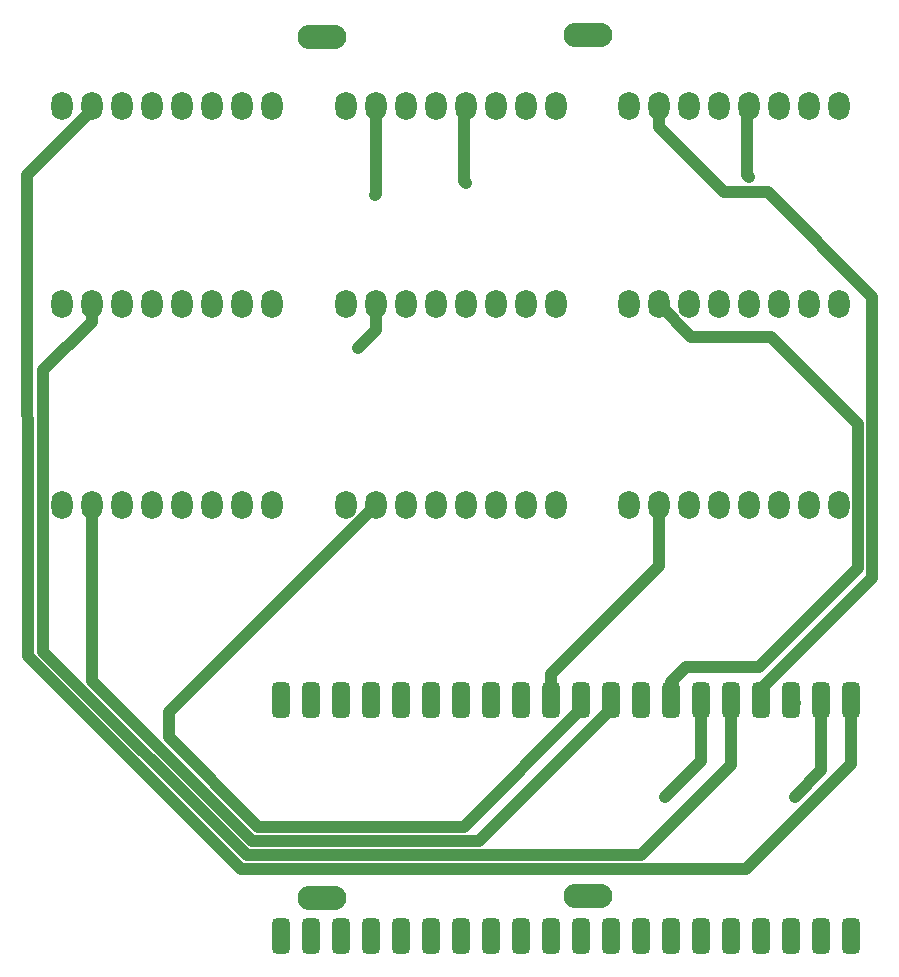
<source format=gbr>
%TF.GenerationSoftware,KiCad,Pcbnew,8.0.4*%
%TF.CreationDate,2024-08-28T17:55:56-04:00*%
%TF.ProjectId,imu-array,696d752d-6172-4726-9179-2e6b69636164,rev?*%
%TF.SameCoordinates,Original*%
%TF.FileFunction,Copper,L1,Top*%
%TF.FilePolarity,Positive*%
%FSLAX46Y46*%
G04 Gerber Fmt 4.6, Leading zero omitted, Abs format (unit mm)*
G04 Created by KiCad (PCBNEW 8.0.4) date 2024-08-28 17:55:56*
%MOMM*%
%LPD*%
G01*
G04 APERTURE LIST*
G04 Aperture macros list*
%AMRoundRect*
0 Rectangle with rounded corners*
0 $1 Rounding radius*
0 $2 $3 $4 $5 $6 $7 $8 $9 X,Y pos of 4 corners*
0 Add a 4 corners polygon primitive as box body*
4,1,4,$2,$3,$4,$5,$6,$7,$8,$9,$2,$3,0*
0 Add four circle primitives for the rounded corners*
1,1,$1+$1,$2,$3*
1,1,$1+$1,$4,$5*
1,1,$1+$1,$6,$7*
1,1,$1+$1,$8,$9*
0 Add four rect primitives between the rounded corners*
20,1,$1+$1,$2,$3,$4,$5,0*
20,1,$1+$1,$4,$5,$6,$7,0*
20,1,$1+$1,$6,$7,$8,$9,0*
20,1,$1+$1,$8,$9,$2,$3,0*%
G04 Aperture macros list end*
%TA.AperFunction,ComponentPad*%
%ADD10O,4.140000X2.070000*%
%TD*%
%TA.AperFunction,ComponentPad*%
%ADD11O,1.800000X2.400000*%
%TD*%
%TA.AperFunction,SMDPad,CuDef*%
%ADD12RoundRect,0.375000X0.375000X1.125000X-0.375000X1.125000X-0.375000X-1.125000X0.375000X-1.125000X0*%
%TD*%
%TA.AperFunction,ViaPad*%
%ADD13C,0.600000*%
%TD*%
%TA.AperFunction,Conductor*%
%ADD14C,1.000000*%
%TD*%
G04 APERTURE END LIST*
D10*
%TO.P,BT2,-*%
%TO.N,GND*%
X173970000Y-33615000D03*
%TO.P,BT2,+*%
%TO.N,BATT+*%
X173970000Y-106515000D03*
%TD*%
%TO.P,BT1,-*%
%TO.N,GND*%
X196500000Y-33500000D03*
%TO.P,BT1,+*%
%TO.N,BATT+*%
X196500000Y-106400000D03*
%TD*%
D11*
%TO.P,U9,1,INT*%
%TO.N,unconnected-(U9-INT-Pad1)*%
X200000000Y-73250000D03*
%TO.P,U9,2,ADO*%
%TO.N,MPU9*%
X202540000Y-73250000D03*
%TO.P,U9,3,XCL*%
%TO.N,unconnected-(U9-XCL-Pad3)*%
X205080000Y-73250000D03*
%TO.P,U9,4,XDA*%
%TO.N,unconnected-(U9-XDA-Pad4)*%
X207620000Y-73250000D03*
%TO.P,U9,5,SDA*%
%TO.N,SDA*%
X210160000Y-73250000D03*
%TO.P,U9,6,SCL*%
%TO.N,SCL*%
X212700000Y-73250000D03*
%TO.P,U9,7,GND*%
%TO.N,GND*%
X215240000Y-73250000D03*
%TO.P,U9,8,VCC*%
%TO.N,3v3*%
X217780000Y-73250000D03*
%TD*%
%TO.P,U8,1,INT*%
%TO.N,unconnected-(U8-INT-Pad1)*%
X176000000Y-73250000D03*
%TO.P,U8,2,ADO*%
%TO.N,MPU8*%
X178540000Y-73250000D03*
%TO.P,U8,3,XCL*%
%TO.N,unconnected-(U8-XCL-Pad3)*%
X181080000Y-73250000D03*
%TO.P,U8,4,XDA*%
%TO.N,unconnected-(U8-XDA-Pad4)*%
X183620000Y-73250000D03*
%TO.P,U8,5,SDA*%
%TO.N,SDA*%
X186160000Y-73250000D03*
%TO.P,U8,6,SCL*%
%TO.N,SCL*%
X188700000Y-73250000D03*
%TO.P,U8,7,GND*%
%TO.N,GND*%
X191240000Y-73250000D03*
%TO.P,U8,8,VCC*%
%TO.N,3v3*%
X193780000Y-73250000D03*
%TD*%
%TO.P,U7,1,INT*%
%TO.N,unconnected-(U7-INT-Pad1)*%
X152000000Y-73250000D03*
%TO.P,U7,2,ADO*%
%TO.N,MPU7*%
X154540000Y-73250000D03*
%TO.P,U7,3,XCL*%
%TO.N,unconnected-(U7-XCL-Pad3)*%
X157080000Y-73250000D03*
%TO.P,U7,4,XDA*%
%TO.N,unconnected-(U7-XDA-Pad4)*%
X159620000Y-73250000D03*
%TO.P,U7,5,SDA*%
%TO.N,SDA*%
X162160000Y-73250000D03*
%TO.P,U7,6,SCL*%
%TO.N,SCL*%
X164700000Y-73250000D03*
%TO.P,U7,7,GND*%
%TO.N,GND*%
X167240000Y-73250000D03*
%TO.P,U7,8,VCC*%
%TO.N,3v3*%
X169780000Y-73250000D03*
%TD*%
%TO.P,U6,1,INT*%
%TO.N,unconnected-(U6-INT-Pad1)*%
X200000000Y-56250000D03*
%TO.P,U6,2,ADO*%
%TO.N,MPU6*%
X202540000Y-56250000D03*
%TO.P,U6,3,XCL*%
%TO.N,unconnected-(U6-XCL-Pad3)*%
X205080000Y-56250000D03*
%TO.P,U6,4,XDA*%
%TO.N,unconnected-(U6-XDA-Pad4)*%
X207620000Y-56250000D03*
%TO.P,U6,5,SDA*%
%TO.N,SDA*%
X210160000Y-56250000D03*
%TO.P,U6,6,SCL*%
%TO.N,SCL*%
X212700000Y-56250000D03*
%TO.P,U6,7,GND*%
%TO.N,GND*%
X215240000Y-56250000D03*
%TO.P,U6,8,VCC*%
%TO.N,3v3*%
X217780000Y-56250000D03*
%TD*%
%TO.P,U5,1,INT*%
%TO.N,unconnected-(U5-INT-Pad1)*%
X176000000Y-56250000D03*
%TO.P,U5,2,ADO*%
%TO.N,MPU5*%
X178540000Y-56250000D03*
%TO.P,U5,3,XCL*%
%TO.N,unconnected-(U5-XCL-Pad3)*%
X181080000Y-56250000D03*
%TO.P,U5,4,XDA*%
%TO.N,unconnected-(U5-XDA-Pad4)*%
X183620000Y-56250000D03*
%TO.P,U5,5,SDA*%
%TO.N,SDA*%
X186160000Y-56250000D03*
%TO.P,U5,6,SCL*%
%TO.N,SCL*%
X188700000Y-56250000D03*
%TO.P,U5,7,GND*%
%TO.N,GND*%
X191240000Y-56250000D03*
%TO.P,U5,8,VCC*%
%TO.N,3v3*%
X193780000Y-56250000D03*
%TD*%
%TO.P,U4,1,INT*%
%TO.N,unconnected-(U4-INT-Pad1)*%
X151960000Y-56250000D03*
%TO.P,U4,2,ADO*%
%TO.N,MPU4*%
X154500000Y-56250000D03*
%TO.P,U4,3,XCL*%
%TO.N,unconnected-(U4-XCL-Pad3)*%
X157040000Y-56250000D03*
%TO.P,U4,4,XDA*%
%TO.N,unconnected-(U4-XDA-Pad4)*%
X159580000Y-56250000D03*
%TO.P,U4,5,SDA*%
%TO.N,SDA*%
X162120000Y-56250000D03*
%TO.P,U4,6,SCL*%
%TO.N,SCL*%
X164660000Y-56250000D03*
%TO.P,U4,7,GND*%
%TO.N,GND*%
X167200000Y-56250000D03*
%TO.P,U4,8,VCC*%
%TO.N,3v3*%
X169740000Y-56250000D03*
%TD*%
%TO.P,U3,1,INT*%
%TO.N,unconnected-(U3-INT-Pad1)*%
X200000000Y-39500000D03*
%TO.P,U3,2,ADO*%
%TO.N,MPU3*%
X202540000Y-39500000D03*
%TO.P,U3,3,XCL*%
%TO.N,unconnected-(U3-XCL-Pad3)*%
X205080000Y-39500000D03*
%TO.P,U3,4,XDA*%
%TO.N,unconnected-(U3-XDA-Pad4)*%
X207620000Y-39500000D03*
%TO.P,U3,5,SDA*%
%TO.N,SDA*%
X210160000Y-39500000D03*
%TO.P,U3,6,SCL*%
%TO.N,SCL*%
X212700000Y-39500000D03*
%TO.P,U3,7,GND*%
%TO.N,GND*%
X215240000Y-39500000D03*
%TO.P,U3,8,VCC*%
%TO.N,3v3*%
X217780000Y-39500000D03*
%TD*%
%TO.P,U2,1,INT*%
%TO.N,unconnected-(U2-INT-Pad1)*%
X176000000Y-39500000D03*
%TO.P,U2,2,ADO*%
%TO.N,MPU2*%
X178540000Y-39500000D03*
%TO.P,U2,3,XCL*%
%TO.N,unconnected-(U2-XCL-Pad3)*%
X181080000Y-39500000D03*
%TO.P,U2,4,XDA*%
%TO.N,unconnected-(U2-XDA-Pad4)*%
X183620000Y-39500000D03*
%TO.P,U2,5,SDA*%
%TO.N,SDA*%
X186160000Y-39500000D03*
%TO.P,U2,6,SCL*%
%TO.N,SCL*%
X188700000Y-39500000D03*
%TO.P,U2,7,GND*%
%TO.N,GND*%
X191240000Y-39500000D03*
%TO.P,U2,8,VCC*%
%TO.N,3v3*%
X193780000Y-39500000D03*
%TD*%
%TO.P,U1,1,INT*%
%TO.N,unconnected-(U1-INT-Pad1)*%
X152000000Y-39500000D03*
%TO.P,U1,2,ADO*%
%TO.N,MPU1*%
X154540000Y-39500000D03*
%TO.P,U1,3,XCL*%
%TO.N,unconnected-(U1-XCL-Pad3)*%
X157080000Y-39500000D03*
%TO.P,U1,4,XDA*%
%TO.N,unconnected-(U1-XDA-Pad4)*%
X159620000Y-39500000D03*
%TO.P,U1,5,SDA*%
%TO.N,SDA*%
X162160000Y-39500000D03*
%TO.P,U1,6,SCL*%
%TO.N,SCL*%
X164700000Y-39500000D03*
%TO.P,U1,7,GND*%
%TO.N,GND*%
X167240000Y-39500000D03*
%TO.P,U1,8,VCC*%
%TO.N,3v3*%
X169780000Y-39500000D03*
%TD*%
D12*
%TO.P,A1,1,GP0*%
%TO.N,MPU1*%
X218810000Y-89750000D03*
%TO.P,A1,2,GP1*%
%TO.N,MPU2*%
X216270000Y-89750000D03*
%TO.P,A1,3,GND*%
%TO.N,GND*%
X213730000Y-89750000D03*
%TO.P,A1,4,GP2*%
%TO.N,MPU3*%
X211190000Y-89750000D03*
%TO.P,A1,5,GP3*%
%TO.N,MPU4*%
X208650000Y-89750000D03*
%TO.P,A1,6,GP4*%
%TO.N,MPU5*%
X206110000Y-89750000D03*
%TO.P,A1,7,GP5*%
%TO.N,MPU6*%
X203570000Y-89750000D03*
%TO.P,A1,8,GND*%
%TO.N,GND*%
X201030000Y-89750000D03*
%TO.P,A1,9,GP6*%
%TO.N,MPU7*%
X198490000Y-89750000D03*
%TO.P,A1,10,GP7*%
%TO.N,MPU8*%
X195950000Y-89750000D03*
%TO.P,A1,11,GP8*%
%TO.N,MPU9*%
X193410000Y-89750000D03*
%TO.P,A1,12,GP9*%
%TO.N,unconnected-(A1-GP9-Pad12)*%
X190870000Y-89750000D03*
%TO.P,A1,13,GND*%
%TO.N,GND*%
X188330000Y-89750000D03*
%TO.P,A1,14,GP10*%
%TO.N,unconnected-(A1-GP10-Pad14)*%
X185790000Y-89750000D03*
%TO.P,A1,15,GP11*%
%TO.N,unconnected-(A1-GP11-Pad15)*%
X183250000Y-89750000D03*
%TO.P,A1,16,GP12*%
%TO.N,unconnected-(A1-GP12-Pad16)*%
X180710000Y-89750000D03*
%TO.P,A1,17,GP13*%
%TO.N,unconnected-(A1-GP13-Pad17)*%
X178170000Y-89750000D03*
%TO.P,A1,18,GND*%
%TO.N,GND*%
X175630000Y-89750000D03*
%TO.P,A1,19,GP14*%
%TO.N,unconnected-(A1-GP14-Pad19)*%
X173090000Y-89750000D03*
%TO.P,A1,20,GP15*%
%TO.N,unconnected-(A1-GP15-Pad20)*%
X170550000Y-89750000D03*
%TO.P,A1,21,GP16*%
%TO.N,SDA*%
X170550000Y-109750000D03*
%TO.P,A1,22,GP17*%
%TO.N,SCL*%
X173090000Y-109750000D03*
%TO.P,A1,23,GND*%
%TO.N,GND*%
X175630000Y-109750000D03*
%TO.P,A1,24,GP18*%
%TO.N,unconnected-(A1-GP18-Pad24)*%
X178170000Y-109750000D03*
%TO.P,A1,25,GP19*%
%TO.N,unconnected-(A1-GP19-Pad25)*%
X180710000Y-109750000D03*
%TO.P,A1,26,GP20*%
%TO.N,unconnected-(A1-GP20-Pad26)*%
X183250000Y-109750000D03*
%TO.P,A1,27,GP21*%
%TO.N,unconnected-(A1-GP21-Pad27)*%
X185790000Y-109750000D03*
%TO.P,A1,28,GND*%
%TO.N,GND*%
X188330000Y-109750000D03*
%TO.P,A1,29,GP22*%
%TO.N,unconnected-(A1-GP22-Pad29)*%
X190870000Y-109750000D03*
%TO.P,A1,30,RUN*%
%TO.N,unconnected-(A1-RUN-Pad30)*%
X193410000Y-109750000D03*
%TO.P,A1,31,ADC0/GP26*%
%TO.N,unconnected-(A1-ADC0{slash}GP26-Pad31)*%
X195950000Y-109750000D03*
%TO.P,A1,32,ADC1/GP27*%
%TO.N,unconnected-(A1-ADC1{slash}GP27-Pad32)*%
X198490000Y-109750000D03*
%TO.P,A1,33,GND*%
%TO.N,GND*%
X201030000Y-109750000D03*
%TO.P,A1,34,ADC2/GP28*%
%TO.N,unconnected-(A1-ADC2{slash}GP28-Pad34)*%
X203570000Y-109750000D03*
%TO.P,A1,35,ADC_VREF*%
%TO.N,unconnected-(A1-ADC_VREF-Pad35)*%
X206110000Y-109750000D03*
%TO.P,A1,36,3V3(OUT)*%
%TO.N,3v3*%
X208650000Y-109750000D03*
%TO.P,A1,37,~{3V3_EN}*%
%TO.N,unconnected-(A1-~{3V3_EN}-Pad37)*%
X211190000Y-109750000D03*
%TO.P,A1,38,GND*%
%TO.N,GND*%
X213730000Y-109750000D03*
%TO.P,A1,39,VSYS*%
%TO.N,unconnected-(A1-VSYS-Pad39)*%
X216270000Y-109750000D03*
%TO.P,A1,40,VBUS*%
%TO.N,BATT+*%
X218810000Y-109750000D03*
%TD*%
D13*
%TO.N,BATT+*%
X218810000Y-109750000D03*
%TO.N,MPU2*%
X214000000Y-98000000D03*
X178500000Y-47000000D03*
%TO.N,MPU5*%
X203000000Y-98000000D03*
X177000000Y-60000000D03*
%TO.N,SDA*%
X186160000Y-46000000D03*
X210160000Y-45500000D03*
X170550000Y-109750000D03*
%TO.N,SCL*%
X173090000Y-109750000D03*
%TO.N,3v3*%
X209000000Y-109000000D03*
%TO.N,GND*%
X214000000Y-109000000D03*
X201000000Y-109000000D03*
X188000000Y-110000000D03*
X176000000Y-110000000D03*
X176000000Y-90000000D03*
X188000000Y-90000000D03*
X201000000Y-90000000D03*
X214000000Y-90000000D03*
%TD*%
D14*
%TO.N,MPU3*%
X211190000Y-88810000D02*
X211190000Y-89750000D01*
X220580000Y-55615534D02*
X220580000Y-79420000D01*
X208000000Y-46750000D02*
X211714466Y-46750000D01*
X220580000Y-79420000D02*
X211190000Y-88810000D01*
X202500000Y-41250000D02*
X208000000Y-46750000D01*
X211714466Y-46750000D02*
X220580000Y-55615534D01*
X202500000Y-39540000D02*
X202500000Y-41250000D01*
X202540000Y-39500000D02*
X202500000Y-39540000D01*
%TO.N,MPU9*%
X202540000Y-78460000D02*
X202540000Y-73250000D01*
X193410000Y-87590000D02*
X202540000Y-78460000D01*
X193410000Y-89750000D02*
X193410000Y-87590000D01*
%TO.N,MPU1*%
X167100000Y-104100000D02*
X209900000Y-104100000D01*
X209900000Y-104100000D02*
X218810000Y-95190000D01*
X218810000Y-95190000D02*
X218810000Y-89750000D01*
X149040473Y-45299527D02*
X149078731Y-86078731D01*
X154540000Y-39800000D02*
X149040473Y-45299527D01*
X149078731Y-86078731D02*
X167100000Y-104100000D01*
X154540000Y-39500000D02*
X154540000Y-39800000D01*
%TO.N,MPU4*%
X154500000Y-57755901D02*
X154500000Y-56250000D01*
X150400000Y-61855901D02*
X154500000Y-57755901D01*
X167597056Y-102900000D02*
X150400000Y-85702944D01*
X208650000Y-95250000D02*
X201000000Y-102900000D01*
X201000000Y-102900000D02*
X167597056Y-102900000D01*
X208650000Y-89750000D02*
X208650000Y-95250000D01*
X150400000Y-85702944D02*
X150400000Y-61855901D01*
%TO.N,MPU7*%
X198490000Y-90510000D02*
X198490000Y-89750000D01*
X187300000Y-101700000D02*
X198490000Y-90510000D01*
X168094112Y-101700000D02*
X187300000Y-101700000D01*
X154540000Y-73250000D02*
X154540000Y-88145888D01*
X154540000Y-88145888D02*
X168094112Y-101700000D01*
%TO.N,MPU8*%
X178540000Y-73272742D02*
X178540000Y-73250000D01*
X161000000Y-90812742D02*
X178540000Y-73272742D01*
X168591168Y-100500000D02*
X161000000Y-92908832D01*
X186000000Y-100500000D02*
X168591168Y-100500000D01*
X195950000Y-90550000D02*
X186000000Y-100500000D01*
X195950000Y-89750000D02*
X195950000Y-90550000D01*
X161000000Y-92908832D02*
X161000000Y-90812742D01*
%TO.N,SDA*%
X186000000Y-39660000D02*
X186160000Y-39500000D01*
X186000000Y-45840000D02*
X186000000Y-39660000D01*
X186160000Y-46000000D02*
X186000000Y-45840000D01*
X210000000Y-45340000D02*
X210000000Y-39660000D01*
X210160000Y-45500000D02*
X210000000Y-45340000D01*
X210000000Y-39660000D02*
X210160000Y-39500000D01*
%TO.N,MPU2*%
X178540000Y-46960000D02*
X178540000Y-39500000D01*
X178500000Y-47000000D02*
X178540000Y-46960000D01*
%TO.N,MPU6*%
X203570000Y-88250000D02*
X203570000Y-89750000D01*
X211000000Y-87000000D02*
X204820000Y-87000000D01*
X219380000Y-78620000D02*
X211000000Y-87000000D01*
X204820000Y-87000000D02*
X203570000Y-88250000D01*
X212000000Y-59000000D02*
X219380000Y-66380000D01*
X219380000Y-66380000D02*
X219380000Y-78620000D01*
X205267258Y-59000000D02*
X212000000Y-59000000D01*
X202540000Y-56272742D02*
X205267258Y-59000000D01*
X202540000Y-56250000D02*
X202540000Y-56272742D01*
%TO.N,MPU5*%
X178540000Y-58460000D02*
X178540000Y-56250000D01*
X177000000Y-60000000D02*
X178540000Y-58460000D01*
%TO.N,MPU2*%
X214000000Y-98000000D02*
X216270000Y-95730000D01*
X216270000Y-95730000D02*
X216270000Y-89750000D01*
%TO.N,MPU5*%
X206110000Y-94890000D02*
X206110000Y-89750000D01*
X203000000Y-98000000D02*
X206110000Y-94890000D01*
%TO.N,GND*%
X213750000Y-89750000D02*
X214000000Y-90000000D01*
X213730000Y-89750000D02*
X213750000Y-89750000D01*
%TD*%
M02*

</source>
